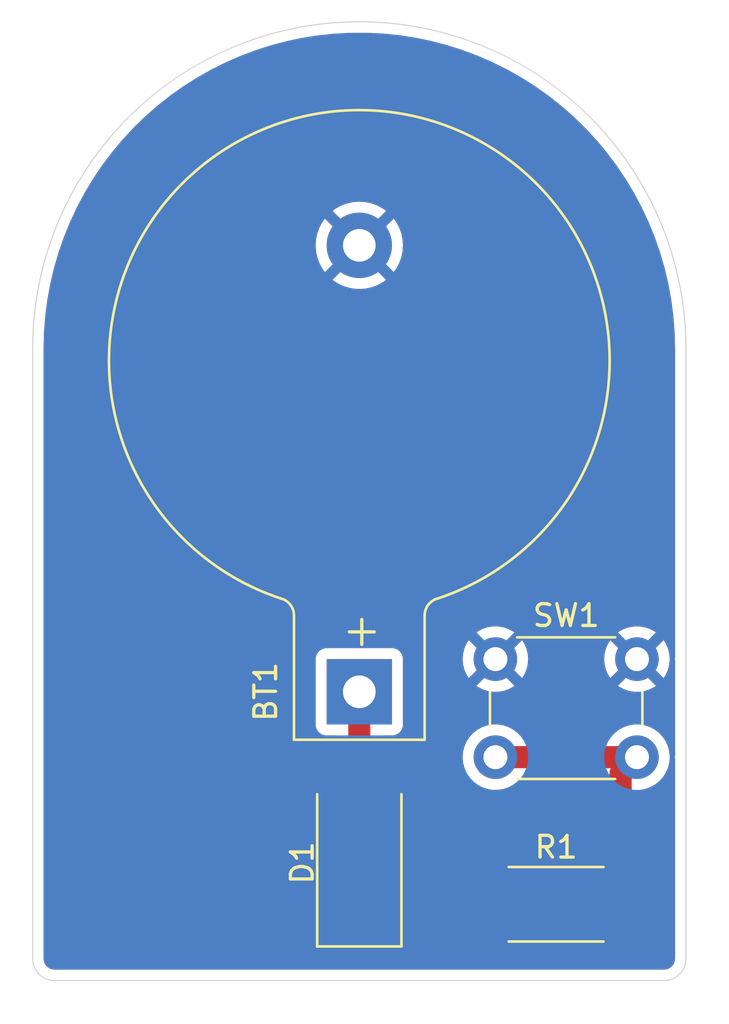
<source format=kicad_pcb>
(kicad_pcb (version 20240108) (generator "pcbnew") (generator_version "8.0")
  (layers (0 "F.Cu" signal) (31 "B.Cu" signal) (34 "B.Paste" user) (35 "F.Paste" user) (36 "B.SilkS" user "B.Silkscreen") (37 "F.SilkS" user "F.Silkscreen") (38 "B.Mask" user) (39 "F.Mask" user) (44 "Edge.Cuts" user))
  (net 0 "")
  (net 1 "Net-(BT1-+)")
  (net 2 "GND")
  (net 3 "Net-(D1-K)")
  (net 4 "Net-(SW1-B)")
  (footprint "Battery:BatteryHolder_Keystone_103_1x20mm" (layer "F.Cu") (at 148.999999 91.250001 90)
    (property "Reference" "BT1" (at 0 -4.3 90) (layer "F.SilkS"))
    (property "Value" "Battery_Cell")
    (fp_line (start -2.2 -3) (end 3.5 -3) (stroke (width 0.12)) (layer "F.SilkS"))
    (fp_line (start -2.2 3) (end -2.2 -3) (stroke (width 0.12)) (layer "F.SilkS"))
    (fp_line (start -2.2 3) (end 3.5 3) (stroke (width 0.12)) (layer "F.SilkS"))
    (fp_arc (start 4.25 -3.5) (mid 3.950694 -3.136459) (end 3.5 -3) (stroke (width 0.12)) (layer "F.SilkS"))
    (fp_arc (start 4.25 -3.5) (mid 16.971103 -11.358466) (end 26.695671 0) (stroke (width 0.12)) (layer "F.SilkS"))
    (fp_arc (start 26.695671 0) (mid 16.971103 11.358466) (end 4.25 3.5) (stroke (width 0.12)) (layer "F.SilkS"))
    (fp_arc (start 3.5 3) (mid 3.950694 3.136459) (end 4.25 3.5) (stroke (width 0.12)) (layer "F.SilkS"))
    (fp_text user "+" (at 2.75 0 90) (layer "F.SilkS") (effects (font (size 1.5 1.5))))
    (pad "1" thru_hole rect (at 0 0 90) (size 3 3) (drill 1.5) (layers "*.Cu" "*.Mask") (net 1 "Net-(BT1-+)"))
    (pad "2" thru_hole circle (at 20.49 0 90) (size 3 3) (drill 1.5) (layers "*.Cu" "*.Mask") (net 2 "GND"))
  )
  (footprint "Resistor_SMD:R_2512_6332Metric" (layer "F.Cu") (at 158.0375 101)
    (property "Reference" "R1" (at 0 -2.62 0) (layer "F.SilkS"))
    (property "Value" "R_US")
    (fp_line (start -2.177064 -1.71) (end 2.177064 -1.71) (stroke (width 0.12)) (layer "F.SilkS"))
    (fp_line (start -2.177064 1.71) (end 2.177064 1.71) (stroke (width 0.12)) (layer "F.SilkS"))
    (pad "1" smd roundrect (at -2.9625 0) (size 1.225 3.35) (layers "F.Cu" "F.Paste" "F.Mask") (roundrect_rratio 0.204082) (net 3 "Net-(D1-K)"))
    (pad "2" smd roundrect (at 2.9625 0) (size 1.225 3.35) (layers "F.Cu" "F.Paste" "F.Mask") (roundrect_rratio 0.204082) (net 4 "Net-(SW1-B)"))
  )
  (footprint "LED_SMD:LED_2512_6332Metric" (layer "F.Cu") (at 149 99.1 90)
    (property "Reference" "D1" (at 0 -2.62 90) (layer "F.SilkS"))
    (property "Value" "LED")
    (fp_line (start 3.15 -1.935) (end -3.835 -1.935) (stroke (width 0.12)) (layer "F.SilkS"))
    (fp_line (start -3.835 -1.935) (end -3.835 1.935) (stroke (width 0.12)) (layer "F.SilkS"))
    (fp_line (start -3.835 1.935) (end 3.15 1.935) (stroke (width 0.12)) (layer "F.SilkS"))
    (pad "1" smd roundrect (at -2.9 0 90) (size 1.35 3.35) (layers "F.Cu" "F.Paste" "F.Mask") (roundrect_rratio 0.185185) (net 3 "Net-(D1-K)"))
    (pad "2" smd roundrect (at 2.9 0 90) (size 1.35 3.35) (layers "F.Cu" "F.Paste" "F.Mask") (roundrect_rratio 0.185185) (net 1 "Net-(BT1-+)"))
  )
  (footprint "Button_Switch_THT:SW_PUSH_6mm" (layer "F.Cu") (at 155.25 89.75)
    (property "Reference" "SW1" (at 3.25 -2 0) (layer "F.SilkS"))
    (property "Value" "SW_SPST")
    (fp_line (start -0.25 1.5) (end -0.25 3) (stroke (width 0.12)) (layer "F.SilkS"))
    (fp_line (start 1 5.5) (end 5.5 5.5) (stroke (width 0.12)) (layer "F.SilkS"))
    (fp_line (start 5.5 -1) (end 1 -1) (stroke (width 0.12)) (layer "F.SilkS"))
    (fp_line (start 6.75 3) (end 6.75 1.5) (stroke (width 0.12)) (layer "F.SilkS"))
    (pad "1" thru_hole circle (at 0 0 90) (size 2 2) (drill 1.1) (layers "*.Cu" "*.Mask") (net 2 "GND"))
    (pad "1" thru_hole circle (at 6.5 0 90) (size 2 2) (drill 1.1) (layers "*.Cu" "*.Mask") (net 2 "GND"))
    (pad "2" thru_hole circle (at 0 4.5 90) (size 2 2) (drill 1.1) (layers "*.Cu" "*.Mask") (net 4 "Net-(SW1-B)"))
    (pad "2" thru_hole circle (at 6.5 4.5 90) (size 2 2) (drill 1.1) (layers "*.Cu" "*.Mask") (net 4 "Net-(SW1-B)"))
  )
  (gr_arc (start 134 75.5) (mid 149 60.5) (end 164 75.5) (stroke (width 0.05)) (layer "Edge.Cuts"))
  (gr_arc (start 135 104.5) (mid 134.292893 104.207107) (end 134 103.5) (stroke (width 0.05)) (layer "Edge.Cuts"))
  (gr_line (start 134 75.5) (end 134 103.5) (stroke (width 0.05)) (layer "Edge.Cuts"))
  (gr_arc (start 164 103.5) (mid 163.707107 104.207107) (end 163 104.5) (stroke (width 0.05)) (layer "Edge.Cuts"))
  (gr_line (start 135 104.5) (end 163 104.5) (stroke (width 0.05)) (layer "Edge.Cuts"))
  (gr_line (start 164 75.5) (end 164 103.5) (stroke (width 0.05)) (layer "Edge.Cuts"))
  (segment (start 148.999999 91.250001) (end 148.999999 96.199999) (width 1.016) (layer "F.Cu") (net 1))
  (segment (start 148.999999 96.199999) (end 149 96.2) (width 1.016) (layer "F.Cu") (net 1))
  (segment (start 154.075 102) (end 155.075 101) (width 1.016) (layer "F.Cu") (net 3))
  (segment (start 149 102) (end 154.075 102) (width 1.016) (layer "F.Cu") (net 3))
  (segment (start 161.75 94.25) (end 155.25 94.25) (width 1.016) (layer "F.Cu") (net 4))
  (segment (start 161 101) (end 161 95) (width 1.016) (layer "F.Cu") (net 4))
  (segment (start 161 95) (end 161.75 94.25) (width 1.016) (layer "F.Cu") (net 4))
  (zone (net 2) (net_name "GND") (layers "F&B.Cu") (connect_pads (clearance 0.5)) (min_thickness 0.25) (fill yes (thermal_gap 0.5) (thermal_bridge_width 0.5))
    (polygon (pts (xy 166 106.5) (xy 166 59.5) (xy 132.5 59.5) (xy 132.5 106.5)))
  )
)
</source>
